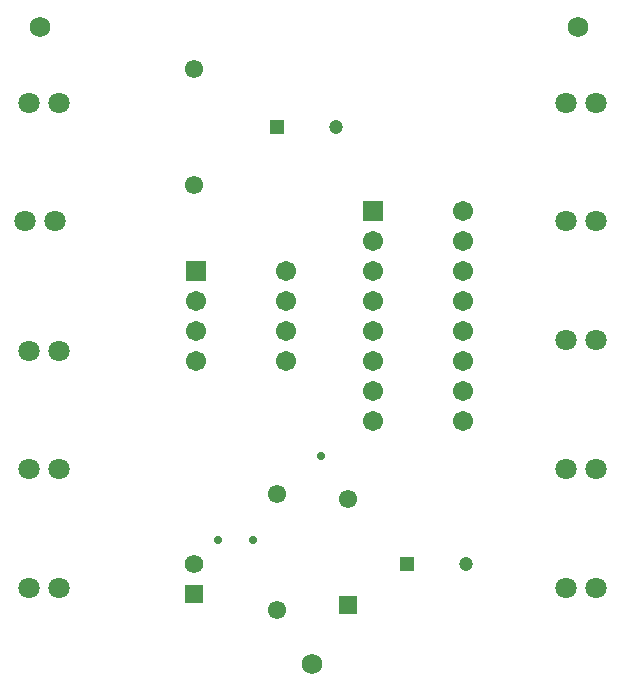
<source format=gbs>
G04*
G04 #@! TF.GenerationSoftware,Altium Limited,Altium Designer,22.7.1 (60)*
G04*
G04 Layer_Color=16711935*
%FSLAX44Y44*%
%MOMM*%
G71*
G04*
G04 #@! TF.SameCoordinates,29AA5E4F-6587-4ACD-81CD-572689CA6415*
G04*
G04*
G04 #@! TF.FilePolarity,Negative*
G04*
G01*
G75*
%ADD19R,1.7032X1.7032*%
%ADD20C,1.7032*%
%ADD21C,1.8032*%
%ADD22C,1.7272*%
%ADD23C,1.5532*%
%ADD24R,1.5532X1.5532*%
%ADD25C,1.5700*%
%ADD26R,1.5700X1.5700*%
%ADD27C,1.2000*%
%ADD28R,1.2000X1.2000*%
%ADD29C,0.7032*%
D19*
X191900Y353100D02*
D03*
X341900Y403900D02*
D03*
D20*
X191900Y327700D02*
D03*
Y302300D02*
D03*
Y276900D02*
D03*
X268100Y353100D02*
D03*
Y327700D02*
D03*
Y302300D02*
D03*
Y276900D02*
D03*
X418100Y226100D02*
D03*
Y251500D02*
D03*
Y276900D02*
D03*
Y302300D02*
D03*
Y327700D02*
D03*
Y353100D02*
D03*
Y378500D02*
D03*
Y403900D02*
D03*
X341900Y226100D02*
D03*
Y251500D02*
D03*
Y276900D02*
D03*
Y302300D02*
D03*
Y327700D02*
D03*
Y353100D02*
D03*
Y378500D02*
D03*
D21*
X75400Y495000D02*
D03*
X50000D02*
D03*
X47300Y395000D02*
D03*
X72700D02*
D03*
X530000Y185000D02*
D03*
X504600D02*
D03*
X530000Y295000D02*
D03*
X504600D02*
D03*
X530000Y395000D02*
D03*
X504600D02*
D03*
X530000Y495000D02*
D03*
X504600D02*
D03*
X530000Y85000D02*
D03*
X504600D02*
D03*
X75400D02*
D03*
X50000D02*
D03*
X75400Y185000D02*
D03*
X50000D02*
D03*
X75400Y285000D02*
D03*
X50000D02*
D03*
D22*
X290000Y20000D02*
D03*
X515000Y560000D02*
D03*
X60000D02*
D03*
D23*
X190000Y524000D02*
D03*
Y426000D02*
D03*
X260000Y164000D02*
D03*
Y66000D02*
D03*
X320000Y160000D02*
D03*
D24*
Y70000D02*
D03*
D25*
X190000Y105000D02*
D03*
D26*
Y79600D02*
D03*
D27*
X420000Y105000D02*
D03*
X310000Y475000D02*
D03*
D28*
X370000Y105000D02*
D03*
X260000Y475000D02*
D03*
D29*
X240000Y125000D02*
D03*
X210000D02*
D03*
X297420Y196548D02*
D03*
M02*

</source>
